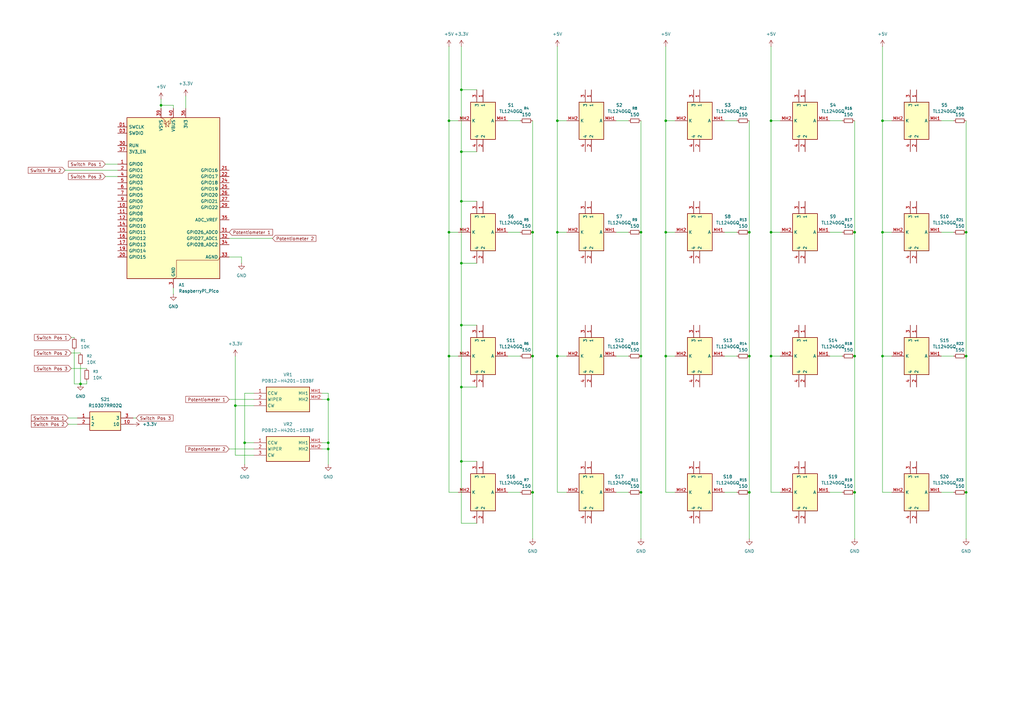
<source format=kicad_sch>
(kicad_sch (version 20250114) (generator "eeschema") (generator_version "9.0")
  (paper "A3")
  (lib_symbols
    (symbol "Device:R_Small" (pin_numbers (hide yes)) (pin_names (offset 0.254) (hide yes))
      (property "Reference" "R" (at 0 0 90))
      (property "Value" "R_Small" (at 1.778 0 90))
      (symbol "R_Small_0_1"
        (rectangle (start -0.762 1.778) (end 0.762 -1.778) (stroke (width 0.2032)))
      )
      (symbol "R_Small_1_1"
        (pin passive line (at 0 2.54 270) (length 0.762) (name "~") (number "1"))
        (pin passive line (at 0 -2.54 90) (length 0.762) (name "~") (number "2"))
      )
    )
    (symbol "F18_DDI_Symbols:PDB12-H4201-103BF"
      (property "Reference" "VR" (at 24.13 7.62 0))
      (property "Value" "PDB12-H4201-103BF" (at 24.13 5.08 0))
      (symbol "PDB12-H4201-103BF_1_1"
        (rectangle (start 5.08 2.54) (end 22.86 -7.62) (stroke (width 0.254)) (fill (type background)))
        (pin passive line (at 0 0 0) (length 5.08) (name "CCW") (number "1"))
        (pin passive line (at 0 -2.54 0) (length 5.08) (name "WIPER") (number "2"))
        (pin passive line (at 0 -5.08 0) (length 5.08) (name "CW") (number "3"))
        (pin passive line (at 27.94 0 180) (length 5.08) (name "MH1") (number "MH1"))
        (pin passive line (at 27.94 -2.54 180) (length 5.08) (name "MH2") (number "MH2"))
      )
    )
    (symbol "F18_DDI_Symbols:R10307RR02Q"
      (property "Reference" "S" (at 19.05 7.62 0))
      (property "Value" "R10307RR02Q" (at 19.05 5.08 0))
      (symbol "R10307RR02Q_1_1"
        (rectangle (start 5.08 2.54) (end 17.78 -5.08) (stroke (width 0.254)) (fill (type background)))
        (pin passive line (at 0 0 0) (length 5.08) (name "1") (number "1"))
        (pin passive line (at 0 -2.54 0) (length 5.08) (name "2") (number "2"))
        (pin passive line (at 22.86 0 180) (length 5.08) (name "3") (number "3"))
        (pin passive line (at 22.86 -2.54 180) (length 5.08) (name "10") (number "10"))
      )
    )
    (symbol "F18_DDI_Symbols:TL1240GQ"
      (property "Reference" "S" (at 16.51 12.7 0))
      (property "Value" "TL1240GQ" (at 16.51 10.16 0))
      (symbol "TL1240GQ_1_1"
        (rectangle (start 5.08 7.62) (end 15.24 -7.62) (stroke (width 0.254)) (fill (type background)))
        (pin passive line (at 0 0 0) (length 5.08) (name "K") (number "MH2"))
        (pin passive line (at 7.62 12.7 270) (length 5.08) (name "3") (number "3"))
        (pin passive line (at 7.62 -12.7 90) (length 5.08) (name "4") (number "4"))
        (pin passive line (at 10.16 12.7 270) (length 5.08) (name "1") (number "1"))
        (pin passive line (at 10.16 -12.7 90) (length 5.08) (name "2") (number "2"))
        (pin passive line (at 20.32 0 180) (length 5.08) (name "A") (number "MH1"))
      )
    )
    (symbol "MCU_Module:RaspberryPi_Pico_Debug" (pin_names (offset 0.762))
      (property "Reference" "A" (at -19.05 35.56 0))
      (property "Value" "RaspberryPi_Pico" (at 7.62 35.56 0))
      (symbol "RaspberryPi_Pico_Debug_0_1"
        (rectangle (start -19.05 34.29) (end 19.05 -31.75) (stroke (width 0.254)) (fill (type background)))
        (polyline (pts (xy -5.08 34.29) (xy -3.81 33.655) (xy -3.81 31.75) (xy -3.175 31.75)))
        (polyline (pts (xy -3.429 32.766) (xy -3.429 33.02) (xy -3.175 33.02) (xy -3.175 30.48) (xy -2.921 30.48) (xy -2.921 30.734)))
        (polyline (pts (xy -3.175 31.75) (xy -1.905 33.02) (xy -1.905 30.48) (xy -3.175 31.75)))
        (polyline (pts (xy 0 34.29) (xy -1.27 33.655) (xy -1.27 31.75) (xy -1.905 31.75)))
        (polyline (pts (xy 0 -31.75) (xy 1.27 -31.115) (xy 1.27 -24.13) (xy 18.415 -24.13) (xy 19.05 -22.86)))
      )
      (symbol "RaspberryPi_Pico_Debug_1_1"
        (pin input line (at -22.86 30.48 0) (length 3.81) (name "SWCLK") (number "D1"))
        (pin bidirectional line (at -22.86 27.94 0) (length 3.81) (name "SWDIO") (number "D3"))
        (pin passive line (at -22.86 22.86 0) (length 3.81) (name "RUN") (number "30"))
        (pin passive line (at -22.86 20.32 0) (length 3.81) (name "3V3_EN") (number "37"))
        (pin bidirectional line (at -22.86 15.24 0) (length 3.81) (name "GPIO0") (number "1"))
        (pin bidirectional line (at -22.86 12.7 0) (length 3.81) (name "GPIO1") (number "2"))
        (pin bidirectional line (at -22.86 10.16 0) (length 3.81) (name "GPIO2") (number "4"))
        (pin bidirectional line (at -22.86 7.62 0) (length 3.81) (name "GPIO3") (number "5"))
        (pin bidirectional line (at -22.86 5.08 0) (length 3.81) (name "GPIO4") (number "6"))
        (pin bidirectional line (at -22.86 2.54 0) (length 3.81) (name "GPIO5") (number "7"))
        (pin bidirectional line (at -22.86 0 0) (length 3.81) (name "GPIO6") (number "9"))
        (pin bidirectional line (at -22.86 -2.54 0) (length 3.81) (name "GPIO7") (number "10"))
        (pin bidirectional line (at -22.86 -5.08 0) (length 3.81) (name "GPIO8") (number "11"))
        (pin bidirectional line (at -22.86 -7.62 0) (length 3.81) (name "GPIO9") (number "12"))
        (pin bidirectional line (at -22.86 -10.16 0) (length 3.81) (name "GPIO10") (number "14"))
        (pin bidirectional line (at -22.86 -12.7 0) (length 3.81) (name "GPIO11") (number "15"))
        (pin bidirectional line (at -22.86 -15.24 0) (length 3.81) (name "GPIO12") (number "16"))
        (pin bidirectional line (at -22.86 -17.78 0) (length 3.81) (name "GPIO13") (number "17"))
        (pin bidirectional line (at -22.86 -20.32 0) (length 3.81) (name "GPIO14") (number "19"))
        (pin bidirectional line (at -22.86 -22.86 0) (length 3.81) (name "GPIO15") (number "20"))
        (pin power_in line (at -5.08 38.1 270) (length 3.81) (name "VSYS") (number "39"))
        (pin power_out line (at 0 38.1 270) (length 3.81) (name "VBUS") (number "40"))
        (pin passive line (at 0 -35.56 90) (length 3.81) (hide yes) (name "GND") (number "13"))
        (pin passive line (at 0 -35.56 90) (length 3.81) (hide yes) (name "GND") (number "18"))
        (pin passive line (at 0 -35.56 90) (length 3.81) (hide yes) (name "GND") (number "23"))
        (pin passive line (at 0 -35.56 90) (length 3.81) (hide yes) (name "GND") (number "28"))
        (pin power_out line (at 0 -35.56 90) (length 3.81) (name "GND") (number "3"))
        (pin passive line (at 0 -35.56 90) (length 3.81) (hide yes) (name "GND") (number "38"))
        (pin passive line (at 0 -35.56 90) (length 3.81) (hide yes) (name "GND") (number "8"))
        (pin passive line (at 0 -35.56 90) (length 3.81) (hide yes) (name "GND") (number "D2"))
        (pin power_out line (at 5.08 38.1 270) (length 3.81) (name "3V3") (number "36"))
        (pin bidirectional line (at 22.86 12.7 180) (length 3.81) (name "GPIO16") (number "21"))
        (pin bidirectional line (at 22.86 10.16 180) (length 3.81) (name "GPIO17") (number "22"))
        (pin bidirectional line (at 22.86 7.62 180) (length 3.81) (name "GPIO18") (number "24"))
        (pin bidirectional line (at 22.86 5.08 180) (length 3.81) (name "GPIO19") (number "25"))
        (pin bidirectional line (at 22.86 2.54 180) (length 3.81) (name "GPIO20") (number "26"))
        (pin bidirectional line (at 22.86 0 180) (length 3.81) (name "GPIO21") (number "27"))
        (pin bidirectional line (at 22.86 -2.54 180) (length 3.81) (name "GPIO22") (number "29"))
        (pin power_in line (at 22.86 -7.62 180) (length 3.81) (name "ADC_VREF") (number "35"))
        (pin bidirectional line (at 22.86 -12.7 180) (length 3.81) (name "GPIO26_ADC0") (number "31"))
        (pin bidirectional line (at 22.86 -15.24 180) (length 3.81) (name "GPIO27_ADC1") (number "32"))
        (pin bidirectional line (at 22.86 -17.78 180) (length 3.81) (name "GPIO28_ADC2") (number "34"))
        (pin power_out line (at 22.86 -22.86 180) (length 3.81) (name "AGND") (number "33"))
      )
    )
    (symbol "power:+3.3V" (power) (pin_numbers (hide yes)) (pin_names (offset 0) (hide yes))
      (property "Value" "+3.3V" (at 0 3.556 0))
      (symbol "+3.3V_0_1"
        (polyline (pts (xy -0.762 1.27) (xy 0 2.54)))
        (polyline (pts (xy 0 2.54) (xy 0.762 1.27)))
        (polyline (pts (xy 0 0) (xy 0 2.54)))
      )
      (symbol "+3.3V_1_1"
        (pin power_in line (at 0 0 90) (length 0) (name "~") (number "1"))
      )
    )
    (symbol "power:+5V" (power) (pin_numbers (hide yes)) (pin_names (offset 0) (hide yes))
      (property "Value" "+5V" (at 0 3.556 0))
      (symbol "+5V_0_1"
        (polyline (pts (xy -0.762 1.27) (xy 0 2.54)))
        (polyline (pts (xy 0 2.54) (xy 0.762 1.27)))
        (polyline (pts (xy 0 0) (xy 0 2.54)))
      )
      (symbol "+5V_1_1"
        (pin power_in line (at 0 0 90) (length 0) (name "~") (number "1"))
      )
    )
    (symbol "power:GND" (power) (pin_numbers (hide yes)) (pin_names (offset 0) (hide yes))
      (property "Value" "GND" (at 0 -3.81 0))
      (symbol "GND_0_1"
        (polyline (pts (xy 0 0) (xy 0 -1.27) (xy 1.27 -1.27) (xy 0 -2.54) (xy -1.27 -1.27) (xy 0 -1.27)))
      )
      (symbol "GND_1_1"
        (pin power_in line (at 0 0 270) (length 0) (name "~") (number "1"))
      )
    )
  )
  (junction (at 96.52 166.37))
  (junction (at 396.24 95.25))
  (junction (at 273.05 95.25))
  (junction (at 189.23 133.35))
  (junction (at 33.02 157.48))
  (junction (at 228.6 49.53))
  (junction (at 273.05 146.05))
  (junction (at 396.24 146.05))
  (junction (at 184.15 146.05))
  (junction (at 100.33 181.61))
  (junction (at 66.04 43.18))
  (junction (at 350.52 201.93))
  (junction (at 307.34 201.93))
  (junction (at 228.6 95.25))
  (junction (at 316.23 95.25))
  (junction (at 262.89 95.25))
  (junction (at 184.15 49.53))
  (junction (at 189.23 107.95))
  (junction (at 262.89 201.93))
  (junction (at 218.44 201.93))
  (junction (at 218.44 146.05))
  (junction (at 262.89 146.05))
  (junction (at 316.23 49.53))
  (junction (at 134.62 163.83))
  (junction (at 218.44 95.25))
  (junction (at 189.23 36.83))
  (junction (at 189.23 62.23))
  (junction (at 189.23 189.23))
  (junction (at 350.52 146.05))
  (junction (at 189.23 82.55))
  (junction (at 189.23 158.75))
  (junction (at 273.05 49.53))
  (junction (at 350.52 95.25))
  (junction (at 361.95 49.53))
  (junction (at 228.6 146.05))
  (junction (at 361.95 146.05))
  (junction (at 316.23 146.05))
  (junction (at 134.62 184.15))
  (junction (at 184.15 95.25))
  (junction (at 307.34 146.05))
  (junction (at 396.24 201.93))
  (junction (at 307.34 95.25))
  (junction (at 361.95 95.25))
  (junction (at 134.62 181.61))
  (wire (pts (xy 208.28 146.05) (xy 213.36 146.05)))
  (wire (pts (xy 189.23 19.05) (xy 189.23 36.83)))
  (wire (pts (xy 350.52 49.53) (xy 350.52 95.25)))
  (wire (pts (xy 396.24 146.05) (xy 396.24 201.93)))
  (wire (pts (xy 30.48 157.48) (xy 33.02 157.48)))
  (wire (pts (xy 132.08 184.15) (xy 134.62 184.15)))
  (wire (pts (xy 273.05 95.25) (xy 273.05 146.05)))
  (wire (pts (xy 218.44 95.25) (xy 218.44 146.05)))
  (wire (pts (xy 208.28 49.53) (xy 213.36 49.53)))
  (wire (pts (xy 218.44 146.05) (xy 218.44 201.93)))
  (wire (pts (xy 76.2 39.37) (xy 76.2 44.45)))
  (wire (pts (xy 26.67 69.85) (xy 48.26 69.85)))
  (wire (pts (xy 316.23 201.93) (xy 320.04 201.93)))
  (wire (pts (xy 35.56 156.21) (xy 35.56 157.48)))
  (wire (pts (xy 386.08 201.93) (xy 391.16 201.93)))
  (wire (pts (xy 189.23 62.23) (xy 189.23 82.55)))
  (wire (pts (xy 71.12 118.11) (xy 71.12 120.65)))
  (wire (pts (xy 228.6 95.25) (xy 232.41 95.25)))
  (wire (pts (xy 340.36 201.93) (xy 345.44 201.93)))
  (wire (pts (xy 96.52 166.37) (xy 104.14 166.37)))
  (wire (pts (xy 66.04 43.18) (xy 66.04 44.45)))
  (wire (pts (xy 228.6 49.53) (xy 232.41 49.53)))
  (wire (pts (xy 93.98 105.41) (xy 99.06 105.41)))
  (wire (pts (xy 100.33 181.61) (xy 104.14 181.61)))
  (wire (pts (xy 361.95 146.05) (xy 365.76 146.05)))
  (wire (pts (xy 316.23 146.05) (xy 320.04 146.05)))
  (wire (pts (xy 316.23 95.25) (xy 316.23 146.05)))
  (wire (pts (xy 195.58 214.63) (xy 189.23 214.63)))
  (wire (pts (xy 273.05 146.05) (xy 276.86 146.05)))
  (wire (pts (xy 316.23 146.05) (xy 316.23 201.93)))
  (wire (pts (xy 96.52 186.69) (xy 104.14 186.69)))
  (wire (pts (xy 66.04 40.64) (xy 66.04 43.18)))
  (wire (pts (xy 29.21 138.43) (xy 30.48 138.43)))
  (wire (pts (xy 99.06 105.41) (xy 99.06 107.95)))
  (wire (pts (xy 27.94 173.99) (xy 31.75 173.99)))
  (wire (pts (xy 228.6 201.93) (xy 232.41 201.93)))
  (wire (pts (xy 361.95 201.93) (xy 365.76 201.93)))
  (wire (pts (xy 189.23 189.23) (xy 195.58 189.23)))
  (wire (pts (xy 273.05 95.25) (xy 276.86 95.25)))
  (wire (pts (xy 307.34 201.93) (xy 307.34 220.98)))
  (wire (pts (xy 361.95 146.05) (xy 361.95 201.93)))
  (wire (pts (xy 189.23 107.95) (xy 195.58 107.95)))
  (wire (pts (xy 30.48 143.51) (xy 30.48 157.48)))
  (wire (pts (xy 33.02 149.86) (xy 33.02 157.48)))
  (wire (pts (xy 297.18 201.93) (xy 302.26 201.93)))
  (wire (pts (xy 350.52 146.05) (xy 350.52 201.93)))
  (wire (pts (xy 273.05 201.93) (xy 276.86 201.93)))
  (wire (pts (xy 340.36 146.05) (xy 345.44 146.05)))
  (wire (pts (xy 228.6 146.05) (xy 232.41 146.05)))
  (wire (pts (xy 184.15 49.53) (xy 184.15 95.25)))
  (wire (pts (xy 134.62 161.29) (xy 134.62 163.83)))
  (wire (pts (xy 386.08 49.53) (xy 391.16 49.53)))
  (wire (pts (xy 262.89 201.93) (xy 262.89 220.98)))
  (wire (pts (xy 189.23 107.95) (xy 189.23 133.35)))
  (wire (pts (xy 189.23 133.35) (xy 189.23 158.75)))
  (wire (pts (xy 396.24 95.25) (xy 396.24 146.05)))
  (wire (pts (xy 316.23 19.05) (xy 316.23 49.53)))
  (wire (pts (xy 386.08 146.05) (xy 391.16 146.05)))
  (wire (pts (xy 96.52 166.37) (xy 96.52 186.69)))
  (wire (pts (xy 184.15 95.25) (xy 187.96 95.25)))
  (wire (pts (xy 262.89 49.53) (xy 262.89 95.25)))
  (wire (pts (xy 396.24 201.93) (xy 396.24 220.98)))
  (wire (pts (xy 104.14 161.29) (xy 100.33 161.29)))
  (wire (pts (xy 96.52 146.05) (xy 96.52 166.37)))
  (wire (pts (xy 71.12 43.18) (xy 71.12 44.45)))
  (wire (pts (xy 262.89 146.05) (xy 262.89 201.93)))
  (wire (pts (xy 361.95 19.05) (xy 361.95 49.53)))
  (wire (pts (xy 208.28 201.93) (xy 213.36 201.93)))
  (wire (pts (xy 361.95 49.53) (xy 361.95 95.25)))
  (wire (pts (xy 189.23 189.23) (xy 189.23 214.63)))
  (wire (pts (xy 307.34 95.25) (xy 307.34 146.05)))
  (wire (pts (xy 350.52 95.25) (xy 350.52 146.05)))
  (wire (pts (xy 189.23 158.75) (xy 189.23 189.23)))
  (wire (pts (xy 350.52 201.93) (xy 350.52 220.98)))
  (wire (pts (xy 396.24 49.53) (xy 396.24 95.25)))
  (wire (pts (xy 189.23 62.23) (xy 195.58 62.23)))
  (wire (pts (xy 316.23 49.53) (xy 320.04 49.53)))
  (wire (pts (xy 184.15 49.53) (xy 187.96 49.53)))
  (wire (pts (xy 273.05 49.53) (xy 276.86 49.53)))
  (wire (pts (xy 273.05 19.05) (xy 273.05 49.53)))
  (wire (pts (xy 316.23 49.53) (xy 316.23 95.25)))
  (wire (pts (xy 132.08 163.83) (xy 134.62 163.83)))
  (wire (pts (xy 132.08 181.61) (xy 134.62 181.61)))
  (wire (pts (xy 262.89 95.25) (xy 262.89 146.05)))
  (wire (pts (xy 361.95 95.25) (xy 361.95 146.05)))
  (wire (pts (xy 100.33 181.61) (xy 100.33 190.5)))
  (wire (pts (xy 218.44 49.53) (xy 218.44 95.25)))
  (wire (pts (xy 27.94 171.45) (xy 31.75 171.45)))
  (wire (pts (xy 189.23 82.55) (xy 189.23 107.95)))
  (wire (pts (xy 228.6 95.25) (xy 228.6 146.05)))
  (wire (pts (xy 93.98 97.79) (xy 111.76 97.79)))
  (wire (pts (xy 93.98 163.83) (xy 104.14 163.83)))
  (wire (pts (xy 361.95 49.53) (xy 365.76 49.53)))
  (wire (pts (xy 273.05 146.05) (xy 273.05 201.93)))
  (wire (pts (xy 252.73 49.53) (xy 257.81 49.53)))
  (wire (pts (xy 218.44 201.93) (xy 218.44 220.98)))
  (wire (pts (xy 184.15 146.05) (xy 187.96 146.05)))
  (wire (pts (xy 297.18 146.05) (xy 302.26 146.05)))
  (wire (pts (xy 29.21 151.13) (xy 35.56 151.13)))
  (wire (pts (xy 189.23 36.83) (xy 189.23 62.23)))
  (wire (pts (xy 228.6 146.05) (xy 228.6 201.93)))
  (wire (pts (xy 297.18 49.53) (xy 302.26 49.53)))
  (wire (pts (xy 208.28 95.25) (xy 213.36 95.25)))
  (wire (pts (xy 252.73 146.05) (xy 257.81 146.05)))
  (wire (pts (xy 134.62 184.15) (xy 134.62 190.5)))
  (wire (pts (xy 386.08 95.25) (xy 391.16 95.25)))
  (wire (pts (xy 184.15 19.05) (xy 184.15 49.53)))
  (wire (pts (xy 340.36 49.53) (xy 345.44 49.53)))
  (wire (pts (xy 273.05 49.53) (xy 273.05 95.25)))
  (wire (pts (xy 228.6 19.05) (xy 228.6 49.53)))
  (wire (pts (xy 184.15 201.93) (xy 187.96 201.93)))
  (wire (pts (xy 189.23 82.55) (xy 195.58 82.55)))
  (wire (pts (xy 29.21 144.78) (xy 33.02 144.78)))
  (wire (pts (xy 43.18 72.39) (xy 48.26 72.39)))
  (wire (pts (xy 340.36 95.25) (xy 345.44 95.25)))
  (wire (pts (xy 35.56 157.48) (xy 33.02 157.48)))
  (wire (pts (xy 189.23 36.83) (xy 195.58 36.83)))
  (wire (pts (xy 297.18 95.25) (xy 302.26 95.25)))
  (wire (pts (xy 316.23 95.25) (xy 320.04 95.25)))
  (wire (pts (xy 100.33 161.29) (xy 100.33 181.61)))
  (wire (pts (xy 184.15 146.05) (xy 184.15 201.93)))
  (wire (pts (xy 307.34 49.53) (xy 307.34 95.25)))
  (wire (pts (xy 132.08 161.29) (xy 134.62 161.29)))
  (wire (pts (xy 361.95 95.25) (xy 365.76 95.25)))
  (wire (pts (xy 189.23 133.35) (xy 195.58 133.35)))
  (wire (pts (xy 66.04 43.18) (xy 71.12 43.18)))
  (wire (pts (xy 134.62 163.83) (xy 134.62 181.61)))
  (wire (pts (xy 93.98 184.15) (xy 104.14 184.15)))
  (wire (pts (xy 54.61 171.45) (xy 55.88 171.45)))
  (wire (pts (xy 252.73 201.93) (xy 257.81 201.93)))
  (wire (pts (xy 228.6 49.53) (xy 228.6 95.25)))
  (wire (pts (xy 307.34 146.05) (xy 307.34 201.93)))
  (wire (pts (xy 252.73 95.25) (xy 257.81 95.25)))
  (wire (pts (xy 189.23 158.75) (xy 195.58 158.75)))
  (wire (pts (xy 184.15 95.25) (xy 184.15 146.05)))
  (wire (pts (xy 134.62 181.61) (xy 134.62 184.15)))
  (wire (pts (xy 43.18 67.31) (xy 48.26 67.31)))
  (global_label "Switch Pos 3" (shape input) (at 29.21 151.13 180) (property "Intersheetrefs" "${INTERSHEET_REFS}" (effects (hide yes))))
  (global_label "Switch Pos 1" (shape input) (at 29.21 138.43 180) (property "Intersheetrefs" "${INTERSHEET_REFS}" (effects (hide yes))))
  (global_label "Switch Pos 2" (shape input) (at 26.67 69.85 180) (property "Intersheetrefs" "${INTERSHEET_REFS}" (effects (hide yes))))
  (global_label "Switch Pos 2" (shape input) (at 27.94 173.99 180) (property "Intersheetrefs" "${INTERSHEET_REFS}" (effects (hide yes))))
  (global_label "Switch Pos 2" (shape input) (at 29.21 144.78 180) (property "Intersheetrefs" "${INTERSHEET_REFS}" (effects (hide yes))))
  (global_label "Potentiometer 1" (shape input) (at 93.98 163.83 180) (property "Intersheetrefs" "${INTERSHEET_REFS}" (effects (hide yes))))
  (global_label "Switch Pos 1" (shape input) (at 27.94 171.45 180) (property "Intersheetrefs" "${INTERSHEET_REFS}" (effects (hide yes))))
  (global_label "Switch Pos 1" (shape input) (at 43.18 67.31 180) (property "Intersheetrefs" "${INTERSHEET_REFS}" (effects (hide yes))))
  (global_label "Potentiometer 2" (shape input) (at 111.76 97.79 0) (property "Intersheetrefs" "${INTERSHEET_REFS}" (effects (hide yes))))
  (global_label "Potentiometer 1" (shape input) (at 93.98 95.25 0) (property "Intersheetrefs" "${INTERSHEET_REFS}" (effects (hide yes))))
  (global_label "Switch Pos 3" (shape input) (at 43.18 72.39 180) (property "Intersheetrefs" "${INTERSHEET_REFS}" (effects (hide yes))))
  (global_label "Potentiometer 2" (shape input) (at 93.98 184.15 180) (property "Intersheetrefs" "${INTERSHEET_REFS}" (effects (hide yes))))
  (global_label "Switch Pos 3" (shape input) (at 55.88 171.45 0) (property "Intersheetrefs" "${INTERSHEET_REFS}" (effects (hide yes))))
  (symbol (lib_id "Device:R_Small") (at 347.98 201.93 90) (unit 1)
    (property "Reference" "R19" (at 347.98 196.85 90) (effects (font (size 1.016 1.016))))
    (property "Value" "150" (at 347.98 199.39 90))
    (property "Description" "Resistor, small symbol" (effects (hide yes)))
  )
  (symbol (lib_id "Device:R_Small") (at 215.9 95.25 90) (unit 1)
    (property "Reference" "R5" (at 215.9 90.17 90) (effects (font (size 1.016 1.016))))
    (property "Value" "150" (at 215.9 92.71 90))
    (property "Description" "Resistor, small symbol" (effects (hide yes)))
  )
  (symbol (lib_id "power:GND") (at 218.44 220.98 0) (unit 1)
    (property "Reference" "#PWR015" (effects (hide yes)))
    (property "Value" "GND" (at 218.44 226.06 0))
    (property "Description" "Power symbol creates a global label with name \"GND\" , ground" (effects (hide yes)))
  )
  (symbol (lib_id "F18_DDI_Symbols:TL1240GQ") (at 365.76 95.25 0) (unit 1)
    (property "Reference" "S10" (at 387.35 88.8298 0))
    (property "Value" "TL1240GQ" (at 387.35 91.3698 0))
    (property "Footprint" "F18_DDI_Footprints:TL1240GQ" (effects (hide yes)))
    (property "Datasheet" "https://configured-product-images.s3.amazonaws.com/2D/specs/TL1240GQ.pdf" (effects (hide yes)))
    (property "Description" "TACT, 50mA, 12VDC SPST-NO, Off-(On) Through Hole" (effects (hide yes)))
    (property "Height" "7.9" (effects (hide yes)))
    (property "Mouser Part Number" "612-TL1240GQ" (effects (hide yes)))
    (property "Mouser Price/Stock" "https://www.mouser.co.uk/ProductDetail/E-Switch/TL1240GQ?qs=QtyuwXswaQhr5r106eGmwg%3D%3D" (effects (hide yes)))
    (property "Manufacturer_Name" "E-Switch" (effects (hide yes)))
    (property "Manufacturer_Part_Number" "TL1240GQ" (effects (hide yes)))
  )
  (symbol (lib_id "F18_DDI_Symbols:TL1240GQ") (at 276.86 95.25 0) (unit 1)
    (property "Reference" "S8" (at 298.45 88.8298 0))
    (property "Value" "TL1240GQ" (at 298.45 91.3698 0))
    (property "Footprint" "F18_DDI_Footprints:TL1240GQ" (effects (hide yes)))
    (property "Datasheet" "https://configured-product-images.s3.amazonaws.com/2D/specs/TL1240GQ.pdf" (effects (hide yes)))
    (property "Description" "TACT, 50mA, 12VDC SPST-NO, Off-(On) Through Hole" (effects (hide yes)))
    (property "Height" "7.9" (effects (hide yes)))
    (property "Mouser Part Number" "612-TL1240GQ" (effects (hide yes)))
    (property "Mouser Price/Stock" "https://www.mouser.co.uk/ProductDetail/E-Switch/TL1240GQ?qs=QtyuwXswaQhr5r106eGmwg%3D%3D" (effects (hide yes)))
    (property "Manufacturer_Name" "E-Switch" (effects (hide yes)))
    (property "Manufacturer_Part_Number" "TL1240GQ" (effects (hide yes)))
  )
  (symbol (lib_id "Device:R_Small") (at 215.9 201.93 90) (unit 1)
    (property "Reference" "R7" (at 215.9 196.85 90) (effects (font (size 1.016 1.016))))
    (property "Value" "150" (at 215.9 199.39 90))
    (property "Description" "Resistor, small symbol" (effects (hide yes)))
  )
  (symbol (lib_id "power:+5V") (at 228.6 19.05 0) (unit 1)
    (property "Reference" "#PWR011" (effects (hide yes)))
    (property "Value" "+5V" (at 228.6 13.97 0))
    (property "Description" "Power symbol creates a global label with name \"+5V\"" (effects (hide yes)))
  )
  (symbol (lib_id "power:GND") (at 350.52 220.98 0) (unit 1)
    (property "Reference" "#PWR018" (effects (hide yes)))
    (property "Value" "GND" (at 350.52 226.06 0))
    (property "Description" "Power symbol creates a global label with name \"GND\" , ground" (effects (hide yes)))
  )
  (symbol (lib_id "F18_DDI_Symbols:PDB12-H4201-103BF") (at 104.14 181.61 0) (unit 1)
    (property "Reference" "VR2" (at 118.11 173.99 0))
    (property "Value" "PDB12-H4201-103BF" (at 118.11 176.53 0))
    (property "Footprint" "F18_DDI_Footprints:PDB12H4201103BF" (effects (hide yes)))
    (property "Datasheet" "https://componentsearchengine.com/Datasheets/1/PDB12-H4201-103BF.pdf" (effects (hide yes)))
    (property "Description" "Potentiometers 10K LINEAR 12MM" (effects (hide yes)))
    (property "Height" "20" (effects (hide yes)))
    (property "Mouser Part Number" "652-PDB12-H4201103BF" (effects (hide yes)))
    (property "Mouser Price/Stock" "https://www.mouser.co.uk/ProductDetail/Bourns/PDB12-H4201-103BF?qs=70Jg7n8MCO3DZzUUcPR9ig%3D%3D" (effects (hide yes)))
    (property "Manufacturer_Name" "Bourns" (effects (hide yes)))
    (property "Manufacturer_Part_Number" "PDB12-H4201-103BF" (effects (hide yes)))
  )
  (symbol (lib_id "F18_DDI_Symbols:R10307RR02Q") (at 31.75 171.45 0) (unit 1)
    (property "Reference" "S21" (at 43.18 163.83 0))
    (property "Value" "R10307RR02Q" (at 43.18 166.37 0))
    (property "Footprint" "F18_DDI_Footprints:R10305RN02Q" (effects (hide yes)))
    (property "Datasheet" "https://www.ckswitches.com/media/1351/r.pdf" (effects (hide yes)))
    (property "Description" "Rotary Switches Rotary" (effects (hide yes)))
    (property "Height" "26.68" (effects (hide yes)))
    (property "Mouser Part Number" "611-R10307RR02Q" (effects (hide yes)))
    (property "Mouser Price/Stock" "https://www.mouser.co.uk/ProductDetail/CK/R10307RR02Q?qs=lUrDceGT2bYXksgr%252BvJJGw%3D%3D" (effects (hide yes)))
    (property "Manufacturer_Name" "C & K COMPONENTS" (effects (hide yes)))
    (property "Manufacturer_Part_Number" "R10307RR02Q" (effects (hide yes)))
  )
  (symbol (lib_id "power:GND") (at 71.12 120.65 0) (unit 1)
    (property "Reference" "#PWR05" (effects (hide yes)))
    (property "Value" "GND" (at 71.12 125.73 0))
    (property "Description" "Power symbol creates a global label with name \"GND\" , ground" (effects (hide yes)))
  )
  (symbol (lib_id "F18_DDI_Symbols:TL1240GQ") (at 320.04 95.25 0) (unit 1)
    (property "Reference" "S9" (at 341.63 88.8298 0))
    (property "Value" "TL1240GQ" (at 341.63 91.3698 0))
    (property "Footprint" "F18_DDI_Footprints:TL1240GQ" (effects (hide yes)))
    (property "Datasheet" "https://configured-product-images.s3.amazonaws.com/2D/specs/TL1240GQ.pdf" (effects (hide yes)))
    (property "Description" "TACT, 50mA, 12VDC SPST-NO, Off-(On) Through Hole" (effects (hide yes)))
    (property "Height" "7.9" (effects (hide yes)))
    (property "Mouser Part Number" "612-TL1240GQ" (effects (hide yes)))
    (property "Mouser Price/Stock" "https://www.mouser.co.uk/ProductDetail/E-Switch/TL1240GQ?qs=QtyuwXswaQhr5r106eGmwg%3D%3D" (effects (hide yes)))
    (property "Manufacturer_Name" "E-Switch" (effects (hide yes)))
    (property "Manufacturer_Part_Number" "TL1240GQ" (effects (hide yes)))
  )
  (symbol (lib_id "F18_DDI_Symbols:TL1240GQ") (at 320.04 49.53 0) (unit 1)
    (property "Reference" "S4" (at 341.63 43.1098 0))
    (property "Value" "TL1240GQ" (at 341.63 45.6498 0))
    (property "Footprint" "F18_DDI_Footprints:TL1240GQ" (effects (hide yes)))
    (property "Datasheet" "https://configured-product-images.s3.amazonaws.com/2D/specs/TL1240GQ.pdf" (effects (hide yes)))
    (property "Description" "TACT, 50mA, 12VDC SPST-NO, Off-(On) Through Hole" (effects (hide yes)))
    (property "Height" "7.9" (effects (hide yes)))
    (property "Mouser Part Number" "612-TL1240GQ" (effects (hide yes)))
    (property "Mouser Price/Stock" "https://www.mouser.co.uk/ProductDetail/E-Switch/TL1240GQ?qs=QtyuwXswaQhr5r106eGmwg%3D%3D" (effects (hide yes)))
    (property "Manufacturer_Name" "E-Switch" (effects (hide yes)))
    (property "Manufacturer_Part_Number" "TL1240GQ" (effects (hide yes)))
  )
  (symbol (lib_id "power:GND") (at 307.34 220.98 0) (unit 1)
    (property "Reference" "#PWR017" (effects (hide yes)))
    (property "Value" "GND" (at 307.34 226.06 0))
    (property "Description" "Power symbol creates a global label with name \"GND\" , ground" (effects (hide yes)))
  )
  (symbol (lib_id "F18_DDI_Symbols:TL1240GQ") (at 187.96 95.25 0) (unit 1)
    (property "Reference" "S6" (at 209.55 88.8298 0))
    (property "Value" "TL1240GQ" (at 209.55 91.3698 0))
    (property "Footprint" "F18_DDI_Footprints:TL1240GQ" (effects (hide yes)))
    (property "Datasheet" "https://configured-product-images.s3.amazonaws.com/2D/specs/TL1240GQ.pdf" (effects (hide yes)))
    (property "Description" "TACT, 50mA, 12VDC SPST-NO, Off-(On) Through Hole" (effects (hide yes)))
    (property "Height" "7.9" (effects (hide yes)))
    (property "Mouser Part Number" "612-TL1240GQ" (effects (hide yes)))
    (property "Mouser Price/Stock" "https://www.mouser.co.uk/ProductDetail/E-Switch/TL1240GQ?qs=QtyuwXswaQhr5r106eGmwg%3D%3D" (effects (hide yes)))
    (property "Manufacturer_Name" "E-Switch" (effects (hide yes)))
    (property "Manufacturer_Part_Number" "TL1240GQ" (effects (hide yes)))
  )
  (symbol (lib_id "power:GND") (at 33.02 157.48 0) (unit 1)
    (property "Reference" "#PWR08" (effects (hide yes)))
    (property "Value" "GND" (at 33.02 162.56 0))
    (property "Description" "Power symbol creates a global label with name \"GND\" , ground" (effects (hide yes)))
  )
  (symbol (lib_id "F18_DDI_Symbols:TL1240GQ") (at 276.86 146.05 0) (unit 1)
    (property "Reference" "S13" (at 298.45 139.6298 0))
    (property "Value" "TL1240GQ" (at 298.45 142.1698 0))
    (property "Footprint" "F18_DDI_Footprints:TL1240GQ" (effects (hide yes)))
    (property "Datasheet" "https://configured-product-images.s3.amazonaws.com/2D/specs/TL1240GQ.pdf" (effects (hide yes)))
    (property "Description" "TACT, 50mA, 12VDC SPST-NO, Off-(On) Through Hole" (effects (hide yes)))
    (property "Height" "7.9" (effects (hide yes)))
    (property "Mouser Part Number" "612-TL1240GQ" (effects (hide yes)))
    (property "Mouser Price/Stock" "https://www.mouser.co.uk/ProductDetail/E-Switch/TL1240GQ?qs=QtyuwXswaQhr5r106eGmwg%3D%3D" (effects (hide yes)))
    (property "Manufacturer_Name" "E-Switch" (effects (hide yes)))
    (property "Manufacturer_Part_Number" "TL1240GQ" (effects (hide yes)))
  )
  (symbol (lib_id "Device:R_Small") (at 33.02 147.32 0) (unit 1)
    (property "Reference" "R2" (at 35.56 146.0499 0) (effects (font (size 1.016 1.016)) (justify left)))
    (property "Value" "10K" (at 35.56 148.5899 0) (effects (justify left)))
    (property "Description" "Resistor, small symbol" (effects (hide yes)))
  )
  (symbol (lib_id "Device:R_Small") (at 304.8 49.53 90) (unit 1)
    (property "Reference" "R12" (at 304.8 44.45 90) (effects (font (size 1.016 1.016))))
    (property "Value" "150" (at 304.8 46.99 90))
    (property "Description" "Resistor, small symbol" (effects (hide yes)))
  )
  (symbol (lib_id "power:+5V") (at 361.95 19.05 0) (unit 1)
    (property "Reference" "#PWR014" (effects (hide yes)))
    (property "Value" "+5V" (at 361.95 13.97 0))
    (property "Description" "Power symbol creates a global label with name \"+5V\"" (effects (hide yes)))
  )
  (symbol (lib_id "power:+3.3V") (at 76.2 39.37 0) (unit 1)
    (property "Reference" "#PWR01" (effects (hide yes)))
    (property "Value" "+3.3V" (at 76.2 34.29 0))
    (property "Description" "Power symbol creates a global label with name \"+3.3V\"" (effects (hide yes)))
  )
  (symbol (lib_id "Device:R_Small") (at 260.35 201.93 90) (unit 1)
    (property "Reference" "R11" (at 260.35 196.85 90) (effects (font (size 1.016 1.016))))
    (property "Value" "150" (at 260.35 199.39 90))
    (property "Description" "Resistor, small symbol" (effects (hide yes)))
  )
  (symbol (lib_id "F18_DDI_Symbols:TL1240GQ") (at 232.41 95.25 0) (unit 1)
    (property "Reference" "S7" (at 254 88.8298 0))
    (property "Value" "TL1240GQ" (at 254 91.3698 0))
    (property "Footprint" "F18_DDI_Footprints:TL1240GQ" (effects (hide yes)))
    (property "Datasheet" "https://configured-product-images.s3.amazonaws.com/2D/specs/TL1240GQ.pdf" (effects (hide yes)))
    (property "Description" "TACT, 50mA, 12VDC SPST-NO, Off-(On) Through Hole" (effects (hide yes)))
    (property "Height" "7.9" (effects (hide yes)))
    (property "Mouser Part Number" "612-TL1240GQ" (effects (hide yes)))
    (property "Mouser Price/Stock" "https://www.mouser.co.uk/ProductDetail/E-Switch/TL1240GQ?qs=QtyuwXswaQhr5r106eGmwg%3D%3D" (effects (hide yes)))
    (property "Manufacturer_Name" "E-Switch" (effects (hide yes)))
    (property "Manufacturer_Part_Number" "TL1240GQ" (effects (hide yes)))
  )
  (symbol (lib_id "power:+5V") (at 273.05 19.05 0) (unit 1)
    (property "Reference" "#PWR012" (effects (hide yes)))
    (property "Value" "+5V" (at 273.05 13.97 0))
    (property "Description" "Power symbol creates a global label with name \"+5V\"" (effects (hide yes)))
  )
  (symbol (lib_id "power:+5V") (at 316.23 19.05 0) (unit 1)
    (property "Reference" "#PWR013" (effects (hide yes)))
    (property "Value" "+5V" (at 316.23 13.97 0))
    (property "Description" "Power symbol creates a global label with name \"+5V\"" (effects (hide yes)))
  )
  (symbol (lib_id "Device:R_Small") (at 215.9 146.05 90) (unit 1)
    (property "Reference" "R6" (at 215.9 140.97 90) (effects (font (size 1.016 1.016))))
    (property "Value" "150" (at 215.9 143.51 90))
    (property "Description" "Resistor, small symbol" (effects (hide yes)))
  )
  (symbol (lib_id "Device:R_Small") (at 393.7 146.05 90) (unit 1)
    (property "Reference" "R22" (at 393.7 140.97 90) (effects (font (size 1.016 1.016))))
    (property "Value" "150" (at 393.7 143.51 90))
    (property "Description" "Resistor, small symbol" (effects (hide yes)))
  )
  (symbol (lib_id "F18_DDI_Symbols:TL1240GQ") (at 365.76 146.05 0) (unit 1)
    (property "Reference" "S15" (at 387.35 139.6298 0))
    (property "Value" "TL1240GQ" (at 387.35 142.1698 0))
    (property "Footprint" "F18_DDI_Footprints:TL1240GQ" (effects (hide yes)))
    (property "Datasheet" "https://configured-product-images.s3.amazonaws.com/2D/specs/TL1240GQ.pdf" (effects (hide yes)))
    (property "Description" "TACT, 50mA, 12VDC SPST-NO, Off-(On) Through Hole" (effects (hide yes)))
    (property "Height" "7.9" (effects (hide yes)))
    (property "Mouser Part Number" "612-TL1240GQ" (effects (hide yes)))
    (property "Mouser Price/Stock" "https://www.mouser.co.uk/ProductDetail/E-Switch/TL1240GQ?qs=QtyuwXswaQhr5r106eGmwg%3D%3D" (effects (hide yes)))
    (property "Manufacturer_Name" "E-Switch" (effects (hide yes)))
    (property "Manufacturer_Part_Number" "TL1240GQ" (effects (hide yes)))
  )
  (symbol (lib_id "power:+5V") (at 184.15 19.05 0) (unit 1)
    (property "Reference" "#PWR010" (effects (hide yes)))
    (property "Value" "+5V" (at 184.15 13.97 0))
    (property "Description" "Power symbol creates a global label with name \"+5V\"" (effects (hide yes)))
  )
  (symbol (lib_id "Device:R_Small") (at 347.98 95.25 90) (unit 1)
    (property "Reference" "R17" (at 347.98 90.17 90) (effects (font (size 1.016 1.016))))
    (property "Value" "150" (at 347.98 92.71 90))
    (property "Description" "Resistor, small symbol" (effects (hide yes)))
  )
  (symbol (lib_id "MCU_Module:RaspberryPi_Pico_Debug") (at 71.12 82.55 0) (unit 1)
    (property "Reference" "A1" (at 73.2633 116.84 0) (effects (justify left)))
    (property "Value" "RaspberryPi_Pico" (at 73.2633 119.38 0) (effects (justify left)))
    (property "Footprint" "Module:RaspberryPi_Pico_Common_Unspecified" (effects (hide yes)))
    (property "Datasheet" "https://datasheets.raspberrypi.com/pico/pico-datasheet.pdf" (effects (hide yes)))
    (property "Description" "Versatile and inexpensive microcontroller module (with debug pins) powered by RP2040 dual-core Arm Cortex-M0+ processor up to 133 MHz, 264kB SRAM, 2MB QSPI flash; also supports Raspberry Pi Pico 2" (effects (hide yes)))
  )
  (symbol (lib_id "Device:R_Small") (at 304.8 146.05 90) (unit 1)
    (property "Reference" "R14" (at 304.8 140.97 90) (effects (font (size 1.016 1.016))))
    (property "Value" "150" (at 304.8 143.51 90))
    (property "Description" "Resistor, small symbol" (effects (hide yes)))
  )
  (symbol (lib_id "Device:R_Small") (at 35.56 153.67 0) (unit 1)
    (property "Reference" "R3" (at 38.1 152.3999 0) (effects (font (size 1.016 1.016)) (justify left)))
    (property "Value" "10K" (at 38.1 154.9399 0) (effects (justify left)))
    (property "Description" "Resistor, small symbol" (effects (hide yes)))
  )
  (symbol (lib_id "F18_DDI_Symbols:TL1240GQ") (at 365.76 201.93 0) (unit 1)
    (property "Reference" "S20" (at 387.35 195.5098 0))
    (property "Value" "TL1240GQ" (at 387.35 198.0498 0))
    (property "Footprint" "F18_DDI_Footprints:TL1240GQ" (effects (hide yes)))
    (property "Datasheet" "https://configured-product-images.s3.amazonaws.com/2D/specs/TL1240GQ.pdf" (effects (hide yes)))
    (property "Description" "TACT, 50mA, 12VDC SPST-NO, Off-(On) Through Hole" (effects (hide yes)))
    (property "Height" "7.9" (effects (hide yes)))
    (property "Mouser Part Number" "612-TL1240GQ" (effects (hide yes)))
    (property "Mouser Price/Stock" "https://www.mouser.co.uk/ProductDetail/E-Switch/TL1240GQ?qs=QtyuwXswaQhr5r106eGmwg%3D%3D" (effects (hide yes)))
    (property "Manufacturer_Name" "E-Switch" (effects (hide yes)))
    (property "Manufacturer_Part_Number" "TL1240GQ" (effects (hide yes)))
  )
  (symbol (lib_id "power:+3.3V") (at 54.61 173.99 270) (unit 1)
    (property "Reference" "#PWR07" (effects (hide yes)))
    (property "Value" "+3.3V" (at 58.42 173.9899 90) (effects (justify left)))
    (property "Description" "Power symbol creates a global label with name \"+3.3V\"" (effects (hide yes)))
  )
  (symbol (lib_id "Device:R_Small") (at 393.7 49.53 90) (unit 1)
    (property "Reference" "R20" (at 393.7 44.45 90) (effects (font (size 1.016 1.016))))
    (property "Value" "150" (at 393.7 46.99 90))
    (property "Description" "Resistor, small symbol" (effects (hide yes)))
  )
  (symbol (lib_id "Device:R_Small") (at 393.7 95.25 90) (unit 1)
    (property "Reference" "R21" (at 393.7 90.17 90) (effects (font (size 1.016 1.016))))
    (property "Value" "150" (at 393.7 92.71 90))
    (property "Description" "Resistor, small symbol" (effects (hide yes)))
  )
  (symbol (lib_id "Device:R_Small") (at 215.9 49.53 90) (unit 1)
    (property "Reference" "R4" (at 215.9 44.45 90) (effects (font (size 1.016 1.016))))
    (property "Value" "150" (at 215.9 46.99 90))
    (property "Description" "Resistor, small symbol" (effects (hide yes)))
  )
  (symbol (lib_id "power:GND") (at 262.89 220.98 0) (unit 1)
    (property "Reference" "#PWR016" (effects (hide yes)))
    (property "Value" "GND" (at 262.89 226.06 0))
    (property "Description" "Power symbol creates a global label with name \"GND\" , ground" (effects (hide yes)))
  )
  (symbol (lib_id "power:GND") (at 100.33 190.5 0) (unit 1)
    (property "Reference" "#PWR03" (effects (hide yes)))
    (property "Value" "GND" (at 100.33 195.58 0))
    (property "Description" "Power symbol creates a global label with name \"GND\" , ground" (effects (hide yes)))
  )
  (symbol (lib_id "power:+5V") (at 66.04 40.64 0) (unit 1)
    (property "Reference" "#PWR09" (effects (hide yes)))
    (property "Value" "+5V" (at 66.04 35.56 0))
    (property "Description" "Power symbol creates a global label with name \"+5V\"" (effects (hide yes)))
  )
  (symbol (lib_id "Device:R_Small") (at 304.8 201.93 90) (unit 1)
    (property "Reference" "R15" (at 304.8 196.85 90) (effects (font (size 1.016 1.016))))
    (property "Value" "150" (at 304.8 199.39 90))
    (property "Description" "Resistor, small symbol" (effects (hide yes)))
  )
  (symbol (lib_id "power:+3.3V") (at 189.23 19.05 0) (unit 1)
    (property "Reference" "#PWR020" (effects (hide yes)))
    (property "Value" "+3.3V" (at 189.23 13.97 0))
    (property "Description" "Power symbol creates a global label with name \"+3.3V\"" (effects (hide yes)))
  )
  (symbol (lib_id "F18_DDI_Symbols:TL1240GQ") (at 187.96 201.93 0) (unit 1)
    (property "Reference" "S16" (at 209.55 195.5098 0))
    (property "Value" "TL1240GQ" (at 209.55 198.0498 0))
    (property "Footprint" "F18_DDI_Footprints:TL1240GQ" (effects (hide yes)))
    (property "Datasheet" "https://configured-product-images.s3.amazonaws.com/2D/specs/TL1240GQ.pdf" (effects (hide yes)))
    (property "Description" "TACT, 50mA, 12VDC SPST-NO, Off-(On) Through Hole" (effects (hide yes)))
    (property "Height" "7.9" (effects (hide yes)))
    (property "Mouser Part Number" "612-TL1240GQ" (effects (hide yes)))
    (property "Mouser Price/Stock" "https://www.mouser.co.uk/ProductDetail/E-Switch/TL1240GQ?qs=QtyuwXswaQhr5r106eGmwg%3D%3D" (effects (hide yes)))
    (property "Manufacturer_Name" "E-Switch" (effects (hide yes)))
    (property "Manufacturer_Part_Number" "TL1240GQ" (effects (hide yes)))
  )
  (symbol (lib_id "F18_DDI_Symbols:PDB12-H4201-103BF") (at 104.14 161.29 0) (unit 1)
    (property "Reference" "VR1" (at 118.11 153.67 0))
    (property "Value" "PDB12-H4201-103BF" (at 118.11 156.21 0))
    (property "Footprint" "F18_DDI_Footprints:PDB12H4201103BF" (effects (hide yes)))
    (property "Datasheet" "https://componentsearchengine.com/Datasheets/1/PDB12-H4201-103BF.pdf" (effects (hide yes)))
    (property "Description" "Potentiometers 10K LINEAR 12MM" (effects (hide yes)))
    (property "Height" "20" (effects (hide yes)))
    (property "Mouser Part Number" "652-PDB12-H4201103BF" (effects (hide yes)))
    (property "Mouser Price/Stock" "https://www.mouser.co.uk/ProductDetail/Bourns/PDB12-H4201-103BF?qs=70Jg7n8MCO3DZzUUcPR9ig%3D%3D" (effects (hide yes)))
    (property "Manufacturer_Name" "Bourns" (effects (hide yes)))
    (property "Manufacturer_Part_Number" "PDB12-H4201-103BF" (effects (hide yes)))
  )
  (symbol (lib_id "F18_DDI_Symbols:TL1240GQ") (at 187.96 146.05 0) (unit 1)
    (property "Reference" "S11" (at 209.55 139.6298 0))
    (property "Value" "TL1240GQ" (at 209.55 142.1698 0))
    (property "Footprint" "F18_DDI_Footprints:TL1240GQ" (effects (hide yes)))
    (property "Datasheet" "https://configured-product-images.s3.amazonaws.com/2D/specs/TL1240GQ.pdf" (effects (hide yes)))
    (property "Description" "TACT, 50mA, 12VDC SPST-NO, Off-(On) Through Hole" (effects (hide yes)))
    (property "Height" "7.9" (effects (hide yes)))
    (property "Mouser Part Number" "612-TL1240GQ" (effects (hide yes)))
    (property "Mouser Price/Stock" "https://www.mouser.co.uk/ProductDetail/E-Switch/TL1240GQ?qs=QtyuwXswaQhr5r106eGmwg%3D%3D" (effects (hide yes)))
    (property "Manufacturer_Name" "E-Switch" (effects (hide yes)))
    (property "Manufacturer_Part_Number" "TL1240GQ" (effects (hide yes)))
  )
  (symbol (lib_id "Device:R_Small") (at 393.7 201.93 90) (unit 1)
    (property "Reference" "R23" (at 393.7 196.85 90) (effects (font (size 1.016 1.016))))
    (property "Value" "150" (at 393.7 199.39 90))
    (property "Description" "Resistor, small symbol" (effects (hide yes)))
  )
  (symbol (lib_id "F18_DDI_Symbols:TL1240GQ") (at 232.41 146.05 0) (unit 1)
    (property "Reference" "S12" (at 254 139.6298 0))
    (property "Value" "TL1240GQ" (at 254 142.1698 0))
    (property "Footprint" "F18_DDI_Footprints:TL1240GQ" (effects (hide yes)))
    (property "Datasheet" "https://configured-product-images.s3.amazonaws.com/2D/specs/TL1240GQ.pdf" (effects (hide yes)))
    (property "Description" "TACT, 50mA, 12VDC SPST-NO, Off-(On) Through Hole" (effects (hide yes)))
    (property "Height" "7.9" (effects (hide yes)))
    (property "Mouser Part Number" "612-TL1240GQ" (effects (hide yes)))
    (property "Mouser Price/Stock" "https://www.mouser.co.uk/ProductDetail/E-Switch/TL1240GQ?qs=QtyuwXswaQhr5r106eGmwg%3D%3D" (effects (hide yes)))
    (property "Manufacturer_Name" "E-Switch" (effects (hide yes)))
    (property "Manufacturer_Part_Number" "TL1240GQ" (effects (hide yes)))
  )
  (symbol (lib_id "power:GND") (at 99.06 107.95 0) (unit 1)
    (property "Reference" "#PWR04" (effects (hide yes)))
    (property "Value" "GND" (at 99.06 113.03 0))
    (property "Description" "Power symbol creates a global label with name \"GND\" , ground" (effects (hide yes)))
  )
  (symbol (lib_id "F18_DDI_Symbols:TL1240GQ") (at 276.86 49.53 0) (unit 1)
    (property "Reference" "S3" (at 298.45 43.1098 0))
    (property "Value" "TL1240GQ" (at 298.45 45.6498 0))
    (property "Footprint" "F18_DDI_Footprints:TL1240GQ" (effects (hide yes)))
    (property "Datasheet" "https://configured-product-images.s3.amazonaws.com/2D/specs/TL1240GQ.pdf" (effects (hide yes)))
    (property "Description" "TACT, 50mA, 12VDC SPST-NO, Off-(On) Through Hole" (effects (hide yes)))
    (property "Height" "7.9" (effects (hide yes)))
    (property "Mouser Part Number" "612-TL1240GQ" (effects (hide yes)))
    (property "Mouser Price/Stock" "https://www.mouser.co.uk/ProductDetail/E-Switch/TL1240GQ?qs=QtyuwXswaQhr5r106eGmwg%3D%3D" (effects (hide yes)))
    (property "Manufacturer_Name" "E-Switch" (effects (hide yes)))
    (property "Manufacturer_Part_Number" "TL1240GQ" (effects (hide yes)))
  )
  (symbol (lib_id "Device:R_Small") (at 260.35 95.25 90) (unit 1)
    (property "Reference" "R9" (at 260.35 90.17 90) (effects (font (size 1.016 1.016))))
    (property "Value" "150" (at 260.35 92.71 90))
    (property "Description" "Resistor, small symbol" (effects (hide yes)))
  )
  (symbol (lib_id "Device:R_Small") (at 260.35 49.53 90) (unit 1)
    (property "Reference" "R8" (at 260.35 44.45 90) (effects (font (size 1.016 1.016))))
    (property "Value" "150" (at 260.35 46.99 90))
    (property "Description" "Resistor, small symbol" (effects (hide yes)))
  )
  (symbol (lib_id "F18_DDI_Symbols:TL1240GQ") (at 276.86 201.93 0) (unit 1)
    (property "Reference" "S18" (at 298.45 195.5098 0))
    (property "Value" "TL1240GQ" (at 298.45 198.0498 0))
    (property "Footprint" "F18_DDI_Footprints:TL1240GQ" (effects (hide yes)))
    (property "Datasheet" "https://configured-product-images.s3.amazonaws.com/2D/specs/TL1240GQ.pdf" (effects (hide yes)))
    (property "Description" "TACT, 50mA, 12VDC SPST-NO, Off-(On) Through Hole" (effects (hide yes)))
    (property "Height" "7.9" (effects (hide yes)))
    (property "Mouser Part Number" "612-TL1240GQ" (effects (hide yes)))
    (property "Mouser Price/Stock" "https://www.mouser.co.uk/ProductDetail/E-Switch/TL1240GQ?qs=QtyuwXswaQhr5r106eGmwg%3D%3D" (effects (hide yes)))
    (property "Manufacturer_Name" "E-Switch" (effects (hide yes)))
    (property "Manufacturer_Part_Number" "TL1240GQ" (effects (hide yes)))
  )
  (symbol (lib_id "power:GND") (at 396.24 220.98 0) (unit 1)
    (property "Reference" "#PWR019" (effects (hide yes)))
    (property "Value" "GND" (at 396.24 226.06 0))
    (property "Description" "Power symbol creates a global label with name \"GND\" , ground" (effects (hide yes)))
  )
  (symbol (lib_id "Device:R_Small") (at 304.8 95.25 90) (unit 1)
    (property "Reference" "R13" (at 304.8 90.17 90) (effects (font (size 1.016 1.016))))
    (property "Value" "150" (at 304.8 92.71 90))
    (property "Description" "Resistor, small symbol" (effects (hide yes)))
  )
  (symbol (lib_id "power:GND") (at 134.62 190.5 0) (unit 1)
    (property "Reference" "#PWR06" (effects (hide yes)))
    (property "Value" "GND" (at 134.62 195.58 0))
    (property "Description" "Power symbol creates a global label with name \"GND\" , ground" (effects (hide yes)))
  )
  (symbol (lib_id "Device:R_Small") (at 260.35 146.05 90) (unit 1)
    (property "Reference" "R10" (at 260.35 140.97 90) (effects (font (size 1.016 1.016))))
    (property "Value" "150" (at 260.35 143.51 90))
    (property "Description" "Resistor, small symbol" (effects (hide yes)))
  )
  (symbol (lib_id "F18_DDI_Symbols:TL1240GQ") (at 320.04 146.05 0) (unit 1)
    (property "Reference" "S14" (at 341.63 139.6298 0))
    (property "Value" "TL1240GQ" (at 341.63 142.1698 0))
    (property "Footprint" "F18_DDI_Footprints:TL1240GQ" (effects (hide yes)))
    (property "Datasheet" "https://configured-product-images.s3.amazonaws.com/2D/specs/TL1240GQ.pdf" (effects (hide yes)))
    (property "Description" "TACT, 50mA, 12VDC SPST-NO, Off-(On) Through Hole" (effects (hide yes)))
    (property "Height" "7.9" (effects (hide yes)))
    (property "Mouser Part Number" "612-TL1240GQ" (effects (hide yes)))
    (property "Mouser Price/Stock" "https://www.mouser.co.uk/ProductDetail/E-Switch/TL1240GQ?qs=QtyuwXswaQhr5r106eGmwg%3D%3D" (effects (hide yes)))
    (property "Manufacturer_Name" "E-Switch" (effects (hide yes)))
    (property "Manufacturer_Part_Number" "TL1240GQ" (effects (hide yes)))
  )
  (symbol (lib_id "Device:R_Small") (at 347.98 146.05 90) (unit 1)
    (property "Reference" "R18" (at 347.98 140.97 90) (effects (font (size 1.016 1.016))))
    (property "Value" "150" (at 347.98 143.51 90))
    (property "Description" "Resistor, small symbol" (effects (hide yes)))
  )
  (symbol (lib_id "F18_DDI_Symbols:TL1240GQ") (at 187.96 49.53 0) (unit 1)
    (property "Reference" "S1" (at 209.55 43.1098 0))
    (property "Value" "TL1240GQ" (at 209.55 45.6498 0))
    (property "Footprint" "F18_DDI_Footprints:TL1240GQ" (effects (hide yes)))
    (property "Datasheet" "https://configured-product-images.s3.amazonaws.com/2D/specs/TL1240GQ.pdf" (effects (hide yes)))
    (property "Description" "TACT, 50mA, 12VDC SPST-NO, Off-(On) Through Hole" (effects (hide yes)))
    (property "Height" "7.9" (effects (hide yes)))
    (property "Mouser Part Number" "612-TL1240GQ" (effects (hide yes)))
    (property "Mouser Price/Stock" "https://www.mouser.co.uk/ProductDetail/E-Switch/TL1240GQ?qs=QtyuwXswaQhr5r106eGmwg%3D%3D" (effects (hide yes)))
    (property "Manufacturer_Name" "E-Switch" (effects (hide yes)))
    (property "Manufacturer_Part_Number" "TL1240GQ" (effects (hide yes)))
  )
  (symbol (lib_id "F18_DDI_Symbols:TL1240GQ") (at 232.41 49.53 0) (unit 1)
    (property "Reference" "S2" (at 254 43.1098 0))
    (property "Value" "TL1240GQ" (at 254 45.6498 0))
    (property "Footprint" "F18_DDI_Footprints:TL1240GQ" (effects (hide yes)))
    (property "Datasheet" "https://configured-product-images.s3.amazonaws.com/2D/specs/TL1240GQ.pdf" (effects (hide yes)))
    (property "Description" "TACT, 50mA, 12VDC SPST-NO, Off-(On) Through Hole" (effects (hide yes)))
    (property "Height" "7.9" (effects (hide yes)))
    (property "Mouser Part Number" "612-TL1240GQ" (effects (hide yes)))
    (property "Mouser Price/Stock" "https://www.mouser.co.uk/ProductDetail/E-Switch/TL1240GQ?qs=QtyuwXswaQhr5r106eGmwg%3D%3D" (effects (hide yes)))
    (property "Manufacturer_Name" "E-Switch" (effects (hide yes)))
    (property "Manufacturer_Part_Number" "TL1240GQ" (effects (hide yes)))
  )
  (symbol (lib_id "F18_DDI_Symbols:TL1240GQ") (at 320.04 201.93 0) (unit 1)
    (property "Reference" "S19" (at 341.63 195.5098 0))
    (property "Value" "TL1240GQ" (at 341.63 198.0498 0))
    (property "Footprint" "F18_DDI_Footprints:TL1240GQ" (effects (hide yes)))
    (property "Datasheet" "https://configured-product-images.s3.amazonaws.com/2D/specs/TL1240GQ.pdf" (effects (hide yes)))
    (property "Description" "TACT, 50mA, 12VDC SPST-NO, Off-(On) Through Hole" (effects (hide yes)))
    (property "Height" "7.9" (effects (hide yes)))
    (property "Mouser Part Number" "612-TL1240GQ" (effects (hide yes)))
    (property "Mouser Price/Stock" "https://www.mouser.co.uk/ProductDetail/E-Switch/TL1240GQ?qs=QtyuwXswaQhr5r106eGmwg%3D%3D" (effects (hide yes)))
    (property "Manufacturer_Name" "E-Switch" (effects (hide yes)))
    (property "Manufacturer_Part_Number" "TL1240GQ" (effects (hide yes)))
  )
  (symbol (lib_id "F18_DDI_Symbols:TL1240GQ") (at 365.76 49.53 0) (unit 1)
    (property "Reference" "S5" (at 387.35 43.1098 0))
    (property "Value" "TL1240GQ" (at 387.35 45.6498 0))
    (property "Footprint" "F18_DDI_Footprints:TL1240GQ" (effects (hide yes)))
    (property "Datasheet" "https://configured-product-images.s3.amazonaws.com/2D/specs/TL1240GQ.pdf" (effects (hide yes)))
    (property "Description" "TACT, 50mA, 12VDC SPST-NO, Off-(On) Through Hole" (effects (hide yes)))
    (property "Height" "7.9" (effects (hide yes)))
    (property "Mouser Part Number" "612-TL1240GQ" (effects (hide yes)))
    (property "Mouser Price/Stock" "https://www.mouser.co.uk/ProductDetail/E-Switch/TL1240GQ?qs=QtyuwXswaQhr5r106eGmwg%3D%3D" (effects (hide yes)))
    (property "Manufacturer_Name" "E-Switch" (effects (hide yes)))
    (property "Manufacturer_Part_Number" "TL1240GQ" (effects (hide yes)))
  )
  (symbol (lib_id "F18_DDI_Symbols:TL1240GQ") (at 232.41 201.93 0) (unit 1)
    (property "Reference" "S17" (at 254 195.5098 0))
    (property "Value" "TL1240GQ" (at 254 198.0498 0))
    (property "Footprint" "F18_DDI_Footprints:TL1240GQ" (effects (hide yes)))
    (property "Datasheet" "https://configured-product-images.s3.amazonaws.com/2D/specs/TL1240GQ.pdf" (effects (hide yes)))
    (property "Description" "TACT, 50mA, 12VDC SPST-NO, Off-(On) Through Hole" (effects (hide yes)))
    (property "Height" "7.9" (effects (hide yes)))
    (property "Mouser Part Number" "612-TL1240GQ" (effects (hide yes)))
    (property "Mouser Price/Stock" "https://www.mouser.co.uk/ProductDetail/E-Switch/TL1240GQ?qs=QtyuwXswaQhr5r106eGmwg%3D%3D" (effects (hide yes)))
    (property "Manufacturer_Name" "E-Switch" (effects (hide yes)))
    (property "Manufacturer_Part_Number" "TL1240GQ" (effects (hide yes)))
  )
  (symbol (lib_id "power:+3.3V") (at 96.52 146.05 0) (unit 1)
    (property "Reference" "#PWR02" (effects (hide yes)))
    (property "Value" "+3.3V" (at 96.52 140.97 0))
    (property "Description" "Power symbol creates a global label with name \"+3.3V\"" (effects (hide yes)))
  )
  (symbol (lib_id "Device:R_Small") (at 30.48 140.97 180) (unit 1)
    (property "Reference" "R1" (at 33.02 139.6999 0) (effects (font (size 1.016 1.016)) (justify right)))
    (property "Value" "10K" (at 33.02 142.2399 0) (effects (justify right)))
    (property "Description" "Resistor, small symbol" (effects (hide yes)))
  )
  (symbol (lib_id "Device:R_Small") (at 347.98 49.53 90) (unit 1)
    (property "Reference" "R16" (at 347.98 44.45 90) (effects (font (size 1.016 1.016))))
    (property "Value" "150" (at 347.98 46.99 90))
    (property "Description" "Resistor, small symbol" (effects (hide yes)))
  )
)
</source>
